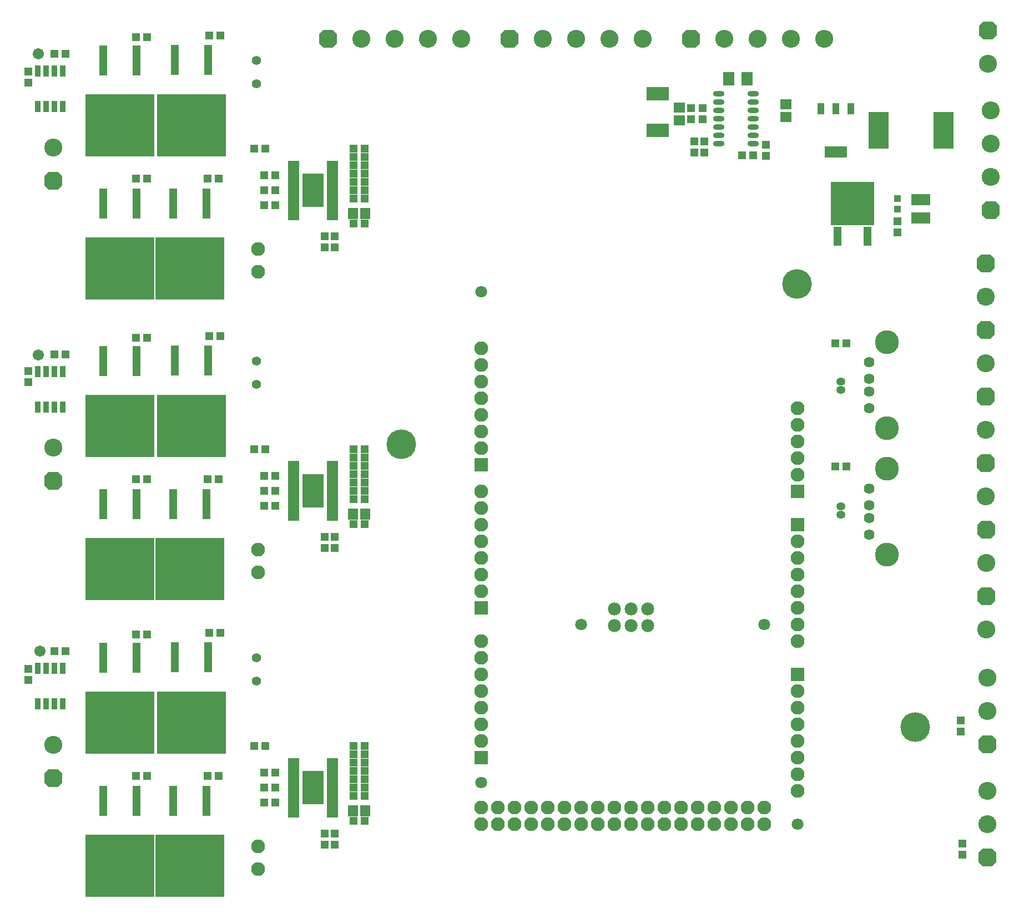
<source format=gbr>
%TF.GenerationSoftware,Altium Limited,Altium Designer,19.1.5 (86)*%
G04 Layer_Color=8388736*
%FSLAX26Y26*%
%MOIN*%
%TF.FileFunction,Soldermask,Top*%
%TF.Part,Single*%
G01*
G75*
%TA.AperFunction,ComponentPad*%
G04:AMPARAMS|DCode=52|XSize=108mil|YSize=108mil|CornerRadius=0mil|HoleSize=0mil|Usage=FLASHONLY|Rotation=270.000|XOffset=0mil|YOffset=0mil|HoleType=Round|Shape=Octagon|*
%AMOCTAGOND52*
4,1,8,-0.027000,-0.054000,0.027000,-0.054000,0.054000,-0.027000,0.054000,0.027000,0.027000,0.054000,-0.027000,0.054000,-0.054000,0.027000,-0.054000,-0.027000,-0.027000,-0.054000,0.0*
%
%ADD52OCTAGOND52*%

%ADD53C,0.108000*%
%ADD54C,0.063906*%
%ADD55C,0.143827*%
G04:AMPARAMS|DCode=56|XSize=108mil|YSize=108mil|CornerRadius=0mil|HoleSize=0mil|Usage=FLASHONLY|Rotation=0.000|XOffset=0mil|YOffset=0mil|HoleType=Round|Shape=Octagon|*
%AMOCTAGOND56*
4,1,8,0.054000,-0.027000,0.054000,0.027000,0.027000,0.054000,-0.027000,0.054000,-0.054000,0.027000,-0.054000,-0.027000,-0.027000,-0.054000,0.027000,-0.054000,0.054000,-0.027000,0.0*
%
%ADD56OCTAGOND56*%

%ADD57O,0.055244X0.047370*%
%ADD58C,0.082803*%
%ADD59C,0.055244*%
%TA.AperFunction,ViaPad*%
%ADD60C,0.178000*%
%TA.AperFunction,ComponentPad*%
%ADD61R,0.082803X0.082803*%
%ADD62C,0.078000*%
%TA.AperFunction,ViaPad*%
%ADD63C,0.070992*%
%ADD64C,0.067055*%
%TA.AperFunction,SMDPad,CuDef*%
%ADD68R,0.047370X0.051307*%
%ADD69R,0.051307X0.047370*%
%ADD70R,0.067055X0.059181*%
%ADD71R,0.059181X0.067055*%
%ADD72R,0.033591X0.068039*%
%ADD73R,0.066071X0.025716*%
%ADD74R,0.126110X0.204850*%
%ADD75R,0.417449X0.374142*%
%ADD76R,0.045402X0.181228*%
%ADD77R,0.043433X0.070992*%
%ADD78R,0.133984X0.070992*%
%ADD79R,0.122173X0.220598*%
%ADD80R,0.070992X0.078866*%
%ADD81R,0.133984X0.078866*%
%ADD82R,0.051307X0.114299*%
%ADD83R,0.263906X0.263906*%
%ADD84R,0.039496X0.039496*%
%ADD85R,0.114299X0.070992*%
%ADD86O,0.069024X0.031622*%
D52*
X5801669Y1820370D02*
D03*
Y2220370D02*
D03*
X5800000Y2620000D02*
D03*
Y3020000D02*
D03*
Y3420000D02*
D03*
Y3820000D02*
D03*
X5811669Y5220370D02*
D03*
X5830000Y4140000D02*
D03*
X5810000Y250000D02*
D03*
Y930000D02*
D03*
X198331Y2513095D02*
D03*
X198331Y4319630D02*
D03*
X198331Y729630D02*
D03*
D53*
X5801669Y1620370D02*
D03*
Y2020370D02*
D03*
X5800000Y2420000D02*
D03*
Y2820000D02*
D03*
Y3220000D02*
D03*
Y3620000D02*
D03*
X5811669Y5020370D02*
D03*
X5830000Y4740000D02*
D03*
Y4540000D02*
D03*
Y4340000D02*
D03*
X5810000Y650000D02*
D03*
Y450000D02*
D03*
X4830000Y5170000D02*
D03*
X4630000D02*
D03*
X4430000D02*
D03*
X4230000D02*
D03*
X5810000Y1330000D02*
D03*
Y1130000D02*
D03*
X2650000Y5170000D02*
D03*
X2450000D02*
D03*
X2250000D02*
D03*
X2050000D02*
D03*
X3740000D02*
D03*
X3540000D02*
D03*
X3340000D02*
D03*
X3140000D02*
D03*
X198331Y2713095D02*
D03*
X198331Y4519630D02*
D03*
X198331Y929630D02*
D03*
D54*
X5100944Y2369370D02*
D03*
Y2290630D02*
D03*
Y2467795D02*
D03*
Y2192205D02*
D03*
X5100947Y3129370D02*
D03*
Y3050630D02*
D03*
Y3227795D02*
D03*
Y2952205D02*
D03*
D55*
X5207637Y2588661D02*
D03*
Y2071339D02*
D03*
X5207640Y3348661D02*
D03*
Y2831339D02*
D03*
D56*
X4030000Y5170000D02*
D03*
X1850000D02*
D03*
X2940000D02*
D03*
D57*
X4930000Y3110000D02*
D03*
Y3060000D02*
D03*
Y2310000D02*
D03*
Y2360000D02*
D03*
D58*
X1430000Y3770000D02*
D03*
Y3907795D02*
D03*
X1430000Y1963465D02*
D03*
Y2101260D02*
D03*
X1430000Y317795D02*
D03*
Y180000D02*
D03*
X4470000Y550000D02*
D03*
Y450000D02*
D03*
X4370000Y550000D02*
D03*
Y450000D02*
D03*
X4270000Y550000D02*
D03*
Y450000D02*
D03*
X4170000Y550000D02*
D03*
Y450000D02*
D03*
X4070000Y550000D02*
D03*
Y450000D02*
D03*
X3970000Y550000D02*
D03*
Y450000D02*
D03*
X3870000Y550000D02*
D03*
Y450000D02*
D03*
X3770000Y550000D02*
D03*
Y450000D02*
D03*
X3670000D02*
D03*
Y550000D02*
D03*
X3570000D02*
D03*
Y450000D02*
D03*
X3470000Y550000D02*
D03*
Y450000D02*
D03*
X3370000Y550000D02*
D03*
Y450000D02*
D03*
X3270000Y550000D02*
D03*
Y450000D02*
D03*
X3170000Y550000D02*
D03*
Y450000D02*
D03*
X3070000Y550000D02*
D03*
Y450000D02*
D03*
X2970000Y550000D02*
D03*
Y450000D02*
D03*
X2870000Y550000D02*
D03*
Y450000D02*
D03*
X2770000Y550000D02*
D03*
Y450000D02*
D03*
X4670000Y1150000D02*
D03*
Y1250000D02*
D03*
Y650000D02*
D03*
Y750000D02*
D03*
Y850000D02*
D03*
Y950000D02*
D03*
Y1050000D02*
D03*
X2770000D02*
D03*
Y950000D02*
D03*
Y1550000D02*
D03*
Y1450000D02*
D03*
Y1350000D02*
D03*
Y1250000D02*
D03*
Y1150000D02*
D03*
X4670000Y2050000D02*
D03*
Y2150000D02*
D03*
Y1550000D02*
D03*
Y1650000D02*
D03*
Y1750000D02*
D03*
Y1850000D02*
D03*
Y1950000D02*
D03*
X2770000D02*
D03*
Y1850000D02*
D03*
Y2450000D02*
D03*
Y2350000D02*
D03*
Y2250000D02*
D03*
Y2150000D02*
D03*
Y2050000D02*
D03*
X4670000Y2550000D02*
D03*
Y2650000D02*
D03*
Y2750000D02*
D03*
Y2850000D02*
D03*
Y2950000D02*
D03*
X2770000Y2810000D02*
D03*
Y2710000D02*
D03*
Y3310000D02*
D03*
Y3210000D02*
D03*
Y3110000D02*
D03*
Y3010000D02*
D03*
Y2910000D02*
D03*
D59*
X1420000Y4902205D02*
D03*
Y5040000D02*
D03*
X1420000Y3095669D02*
D03*
Y3233465D02*
D03*
X1420000Y1450000D02*
D03*
Y1312205D02*
D03*
D60*
X4665000Y3697000D02*
D03*
X5375500Y1036000D02*
D03*
X2289500Y2733500D02*
D03*
D61*
X4670000Y1350000D02*
D03*
X2770000Y850000D02*
D03*
X4670000Y2250000D02*
D03*
X2770000Y1750000D02*
D03*
X4670000Y2450000D02*
D03*
X2770000Y2610000D02*
D03*
D62*
X3770000Y1645000D02*
D03*
Y1745000D02*
D03*
X3670000Y1645000D02*
D03*
Y1745000D02*
D03*
X3570000Y1645000D02*
D03*
Y1745000D02*
D03*
D63*
X2770000Y3650000D02*
D03*
X3370000Y1650000D02*
D03*
X4470000D02*
D03*
X4670000Y450000D02*
D03*
X2770000Y700000D02*
D03*
D64*
X110000Y3270000D02*
D03*
X120000Y1490000D02*
D03*
X110000Y5080000D02*
D03*
D68*
X50000Y4906535D02*
D03*
Y4973465D02*
D03*
Y1316535D02*
D03*
Y1383465D02*
D03*
Y3106535D02*
D03*
Y3173465D02*
D03*
X5270000Y4006535D02*
D03*
Y4073465D02*
D03*
X4100000Y4753465D02*
D03*
Y4686535D02*
D03*
X4030000Y4686535D02*
D03*
Y4753465D02*
D03*
X4480000Y4533465D02*
D03*
Y4466535D02*
D03*
X4050000Y4553465D02*
D03*
Y4486535D02*
D03*
X4110000Y4486535D02*
D03*
Y4553465D02*
D03*
X1830000Y3983465D02*
D03*
Y3916535D02*
D03*
X1890000Y3916535D02*
D03*
Y3983465D02*
D03*
X1830000Y2176929D02*
D03*
Y2110000D02*
D03*
X1890000Y2110000D02*
D03*
Y2176929D02*
D03*
X1830000Y326536D02*
D03*
Y393465D02*
D03*
X1890000Y393464D02*
D03*
Y326535D02*
D03*
X5650000Y1073465D02*
D03*
Y1006535D02*
D03*
X5660000Y333465D02*
D03*
Y266536D02*
D03*
D69*
X4896535Y2600000D02*
D03*
X4963465D02*
D03*
X4896535Y3340000D02*
D03*
X4963465D02*
D03*
X4403465Y4470000D02*
D03*
X4336535D02*
D03*
X273465Y5080000D02*
D03*
X206536D02*
D03*
X1533465Y4350000D02*
D03*
X1466536D02*
D03*
X1466535Y4260000D02*
D03*
X1533465D02*
D03*
X1533465Y4170000D02*
D03*
X1466536D02*
D03*
X2070000Y4060000D02*
D03*
X2003071D02*
D03*
X763465Y4330000D02*
D03*
X696536D02*
D03*
X2003071Y4510000D02*
D03*
X2070000D02*
D03*
X2070000Y4460000D02*
D03*
X2003071D02*
D03*
X2070000Y4410000D02*
D03*
X2003071D02*
D03*
X2070000Y4360000D02*
D03*
X2003071D02*
D03*
X2070000Y4310000D02*
D03*
X2003071D02*
D03*
X1193465Y4330000D02*
D03*
X1126536D02*
D03*
X2070000Y4260000D02*
D03*
X2003071D02*
D03*
X2070000Y4210000D02*
D03*
X2003071D02*
D03*
X1203465Y5190000D02*
D03*
X1136536D02*
D03*
X1473465Y4510000D02*
D03*
X1406536D02*
D03*
X273465Y3273465D02*
D03*
X206536D02*
D03*
X1533465Y2543465D02*
D03*
X1466535D02*
D03*
X1466535Y2453465D02*
D03*
X1533465D02*
D03*
X1533465Y2363465D02*
D03*
X1466535D02*
D03*
X2070000Y2253465D02*
D03*
X2003071D02*
D03*
X763465Y2523465D02*
D03*
X696535D02*
D03*
X2003071Y2703465D02*
D03*
X2070000D02*
D03*
X2070000Y2653465D02*
D03*
X2003071D02*
D03*
X2070000Y2603465D02*
D03*
X2003071D02*
D03*
X2070000Y2553465D02*
D03*
X2003071D02*
D03*
X2070000Y2503465D02*
D03*
X2003071D02*
D03*
X1193465Y2523465D02*
D03*
X1126535D02*
D03*
X2070000Y2453465D02*
D03*
X2003071D02*
D03*
X2070000Y2403465D02*
D03*
X2003071D02*
D03*
X1203465Y3383465D02*
D03*
X1136535D02*
D03*
X1473465Y2703465D02*
D03*
X1406535D02*
D03*
X696535Y3373465D02*
D03*
X763465D02*
D03*
X696536Y5180000D02*
D03*
X763465D02*
D03*
X206536Y1490000D02*
D03*
X273465D02*
D03*
X1136536Y1600000D02*
D03*
X1203465D02*
D03*
X2003071Y470000D02*
D03*
X2070000D02*
D03*
X2003071Y620000D02*
D03*
X2070000D02*
D03*
X2003071Y720000D02*
D03*
X2070000D02*
D03*
X2003071Y670000D02*
D03*
X2070000D02*
D03*
X2003071Y770000D02*
D03*
X2070000D02*
D03*
X2003071Y820000D02*
D03*
X2070000D02*
D03*
X2003071Y870000D02*
D03*
X2070000D02*
D03*
X2070000Y920000D02*
D03*
X2003071D02*
D03*
X1466536Y580000D02*
D03*
X1533465D02*
D03*
X1533465Y670000D02*
D03*
X1466535D02*
D03*
X1466536Y760000D02*
D03*
X1533465D02*
D03*
X1406536Y920000D02*
D03*
X1473465D02*
D03*
X1126536Y740000D02*
D03*
X1193465D02*
D03*
X696536D02*
D03*
X763465D02*
D03*
Y1590000D02*
D03*
X696536D02*
D03*
D70*
X3960000Y4757402D02*
D03*
Y4682599D02*
D03*
X4600000Y4702599D02*
D03*
Y4777402D02*
D03*
D71*
X1999134Y4120000D02*
D03*
X2073937D02*
D03*
X1999134Y2313465D02*
D03*
X2073937D02*
D03*
X2073937Y530000D02*
D03*
X1999134D02*
D03*
D72*
X105000Y4763228D02*
D03*
X155000D02*
D03*
X205000D02*
D03*
X255000D02*
D03*
Y4976772D02*
D03*
X205000D02*
D03*
X155000D02*
D03*
X105000D02*
D03*
X105000Y2956693D02*
D03*
X155000D02*
D03*
X205000D02*
D03*
X255000D02*
D03*
Y3170236D02*
D03*
X205000D02*
D03*
X155000D02*
D03*
X105000D02*
D03*
X105000Y1386772D02*
D03*
X155000D02*
D03*
X205000D02*
D03*
X255000D02*
D03*
Y1173228D02*
D03*
X205000D02*
D03*
X155000D02*
D03*
X105000D02*
D03*
D73*
X1644331Y4426339D02*
D03*
Y4400748D02*
D03*
Y4375158D02*
D03*
Y4349567D02*
D03*
Y4323976D02*
D03*
Y4298386D02*
D03*
Y4272795D02*
D03*
Y4247205D02*
D03*
Y4221614D02*
D03*
Y4196024D02*
D03*
Y4170433D02*
D03*
Y4144842D02*
D03*
Y4119252D02*
D03*
Y4093661D02*
D03*
X1875669D02*
D03*
Y4119252D02*
D03*
Y4144842D02*
D03*
Y4170433D02*
D03*
Y4196024D02*
D03*
Y4221614D02*
D03*
Y4247205D02*
D03*
Y4272795D02*
D03*
Y4298386D02*
D03*
Y4323976D02*
D03*
Y4349567D02*
D03*
Y4375158D02*
D03*
Y4400748D02*
D03*
Y4426339D02*
D03*
X1644331Y2619803D02*
D03*
Y2594213D02*
D03*
Y2568622D02*
D03*
Y2543032D02*
D03*
Y2517441D02*
D03*
Y2491850D02*
D03*
Y2466260D02*
D03*
Y2440669D02*
D03*
Y2415079D02*
D03*
Y2389488D02*
D03*
Y2363898D02*
D03*
Y2338307D02*
D03*
Y2312717D02*
D03*
Y2287126D02*
D03*
X1875669D02*
D03*
Y2312717D02*
D03*
Y2338307D02*
D03*
Y2363898D02*
D03*
Y2389488D02*
D03*
Y2415079D02*
D03*
Y2440669D02*
D03*
Y2466260D02*
D03*
Y2491850D02*
D03*
Y2517441D02*
D03*
Y2543032D02*
D03*
Y2568622D02*
D03*
Y2594213D02*
D03*
Y2619803D02*
D03*
X1875669Y836339D02*
D03*
Y810748D02*
D03*
Y785158D02*
D03*
Y759567D02*
D03*
Y733976D02*
D03*
Y708386D02*
D03*
Y682795D02*
D03*
Y657205D02*
D03*
Y631614D02*
D03*
Y606024D02*
D03*
Y580433D02*
D03*
Y554842D02*
D03*
Y529252D02*
D03*
Y503661D02*
D03*
X1644331D02*
D03*
Y529252D02*
D03*
Y554842D02*
D03*
Y580433D02*
D03*
Y606024D02*
D03*
Y631614D02*
D03*
Y657205D02*
D03*
Y682795D02*
D03*
Y708386D02*
D03*
Y733976D02*
D03*
Y759567D02*
D03*
Y785158D02*
D03*
Y810748D02*
D03*
Y836339D02*
D03*
D74*
X1760000Y4260000D02*
D03*
X1760000Y2453465D02*
D03*
X1760000Y670000D02*
D03*
D75*
X600000Y3790000D02*
D03*
Y4650000D02*
D03*
X1020000Y3790000D02*
D03*
X1030000Y4652362D02*
D03*
X600000Y1983465D02*
D03*
Y2843465D02*
D03*
X1020000Y1983465D02*
D03*
X1030000Y2845827D02*
D03*
X600000Y1060000D02*
D03*
X1030000Y1062362D02*
D03*
X600000Y200000D02*
D03*
X1020000D02*
D03*
D76*
X500000Y4181732D02*
D03*
X700000D02*
D03*
X500000Y5041732D02*
D03*
X700000D02*
D03*
X920000Y4181732D02*
D03*
X1120000D02*
D03*
X930000Y5044094D02*
D03*
X1130000D02*
D03*
X500000Y2375197D02*
D03*
X700000D02*
D03*
X500000Y3235197D02*
D03*
X700000D02*
D03*
X920000Y2375197D02*
D03*
X1120000D02*
D03*
X930000Y3237559D02*
D03*
X1130000D02*
D03*
X700000Y1451732D02*
D03*
X500000D02*
D03*
X1130000Y1454094D02*
D03*
X930000D02*
D03*
X700000Y591732D02*
D03*
X500000D02*
D03*
X1120000D02*
D03*
X920000D02*
D03*
D77*
X4990551Y4749921D02*
D03*
X4900000D02*
D03*
X4809449D02*
D03*
D78*
X4900000Y4490079D02*
D03*
D79*
X5155118Y4620000D02*
D03*
X5544882D02*
D03*
D80*
X4254882Y4930000D02*
D03*
X4365118D02*
D03*
D81*
X3830000Y4619764D02*
D03*
Y4840236D02*
D03*
D82*
X4909449Y3983583D02*
D03*
X5090551D02*
D03*
D83*
X5000000Y4180000D02*
D03*
D84*
X5270000Y4148504D02*
D03*
Y4211496D02*
D03*
D85*
X5410000Y4094882D02*
D03*
Y4205118D02*
D03*
D86*
X4195669Y4840000D02*
D03*
Y4790000D02*
D03*
Y4740000D02*
D03*
Y4690000D02*
D03*
Y4640000D02*
D03*
Y4590000D02*
D03*
Y4540000D02*
D03*
X4404331Y4840000D02*
D03*
Y4790000D02*
D03*
Y4740000D02*
D03*
Y4690000D02*
D03*
Y4640000D02*
D03*
Y4590000D02*
D03*
Y4540000D02*
D03*
%TF.MD5,1d82c327c7209003f5a550c0a1c69d8f*%
M02*

</source>
